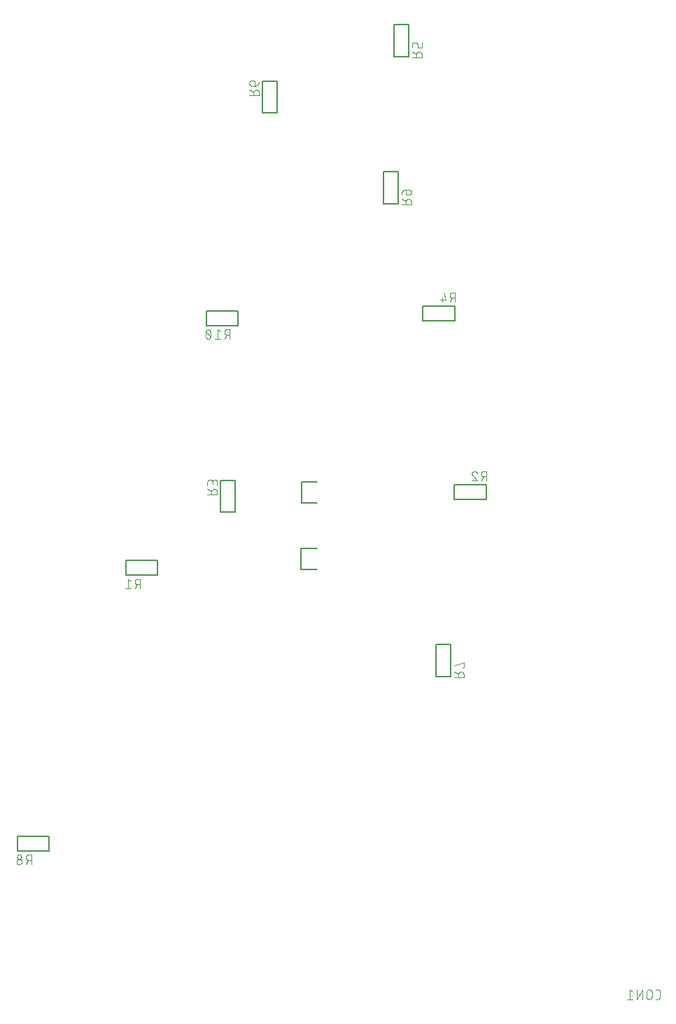
<source format=gbr>
G04 EAGLE Gerber RS-274X export*
G75*
%MOMM*%
%FSLAX34Y34*%
%LPD*%
%INSilkscreen Bottom*%
%IPPOS*%
%AMOC8*
5,1,8,0,0,1.08239X$1,22.5*%
G01*
%ADD10C,0.101600*%
%ADD11C,0.152400*%
%ADD12C,0.127000*%


D10*
X825229Y81958D02*
X827826Y81958D01*
X827925Y81960D01*
X828025Y81966D01*
X828124Y81975D01*
X828222Y81988D01*
X828320Y82005D01*
X828418Y82026D01*
X828514Y82051D01*
X828609Y82079D01*
X828703Y82111D01*
X828796Y82146D01*
X828888Y82185D01*
X828978Y82228D01*
X829066Y82273D01*
X829153Y82323D01*
X829237Y82375D01*
X829320Y82431D01*
X829400Y82489D01*
X829478Y82551D01*
X829553Y82616D01*
X829626Y82684D01*
X829696Y82754D01*
X829764Y82827D01*
X829829Y82902D01*
X829891Y82980D01*
X829949Y83060D01*
X830005Y83143D01*
X830057Y83227D01*
X830107Y83314D01*
X830152Y83402D01*
X830195Y83492D01*
X830234Y83584D01*
X830269Y83677D01*
X830301Y83771D01*
X830329Y83866D01*
X830354Y83962D01*
X830375Y84060D01*
X830392Y84158D01*
X830405Y84256D01*
X830414Y84355D01*
X830420Y84455D01*
X830422Y84554D01*
X830422Y91046D01*
X830420Y91145D01*
X830414Y91245D01*
X830405Y91344D01*
X830392Y91442D01*
X830375Y91540D01*
X830354Y91638D01*
X830329Y91734D01*
X830301Y91829D01*
X830269Y91923D01*
X830234Y92016D01*
X830195Y92108D01*
X830152Y92198D01*
X830107Y92286D01*
X830057Y92373D01*
X830005Y92457D01*
X829949Y92540D01*
X829891Y92620D01*
X829829Y92698D01*
X829764Y92773D01*
X829696Y92846D01*
X829626Y92916D01*
X829553Y92984D01*
X829478Y93049D01*
X829400Y93111D01*
X829320Y93169D01*
X829237Y93225D01*
X829153Y93277D01*
X829066Y93327D01*
X828978Y93372D01*
X828888Y93415D01*
X828796Y93454D01*
X828703Y93489D01*
X828609Y93521D01*
X828514Y93549D01*
X828418Y93574D01*
X828320Y93595D01*
X828222Y93612D01*
X828124Y93625D01*
X828025Y93634D01*
X827925Y93640D01*
X827826Y93642D01*
X825229Y93642D01*
X820864Y90396D02*
X820864Y85204D01*
X820864Y90396D02*
X820862Y90509D01*
X820856Y90622D01*
X820846Y90735D01*
X820832Y90848D01*
X820815Y90960D01*
X820793Y91071D01*
X820768Y91181D01*
X820738Y91291D01*
X820705Y91399D01*
X820668Y91506D01*
X820628Y91612D01*
X820583Y91716D01*
X820535Y91819D01*
X820484Y91920D01*
X820429Y92019D01*
X820371Y92116D01*
X820309Y92211D01*
X820244Y92304D01*
X820176Y92394D01*
X820105Y92482D01*
X820030Y92568D01*
X819953Y92651D01*
X819873Y92731D01*
X819790Y92808D01*
X819704Y92883D01*
X819616Y92954D01*
X819526Y93022D01*
X819433Y93087D01*
X819338Y93149D01*
X819241Y93207D01*
X819142Y93262D01*
X819041Y93313D01*
X818938Y93361D01*
X818834Y93406D01*
X818728Y93446D01*
X818621Y93483D01*
X818513Y93516D01*
X818403Y93546D01*
X818293Y93571D01*
X818182Y93593D01*
X818070Y93610D01*
X817957Y93624D01*
X817844Y93634D01*
X817731Y93640D01*
X817618Y93642D01*
X817505Y93640D01*
X817392Y93634D01*
X817279Y93624D01*
X817166Y93610D01*
X817054Y93593D01*
X816943Y93571D01*
X816833Y93546D01*
X816723Y93516D01*
X816615Y93483D01*
X816508Y93446D01*
X816402Y93406D01*
X816298Y93361D01*
X816195Y93313D01*
X816094Y93262D01*
X815995Y93207D01*
X815898Y93149D01*
X815803Y93087D01*
X815710Y93022D01*
X815620Y92954D01*
X815532Y92883D01*
X815446Y92808D01*
X815363Y92731D01*
X815283Y92651D01*
X815206Y92568D01*
X815131Y92482D01*
X815060Y92394D01*
X814992Y92304D01*
X814927Y92211D01*
X814865Y92116D01*
X814807Y92019D01*
X814752Y91920D01*
X814701Y91819D01*
X814653Y91716D01*
X814608Y91612D01*
X814568Y91506D01*
X814531Y91399D01*
X814498Y91291D01*
X814468Y91181D01*
X814443Y91071D01*
X814421Y90960D01*
X814404Y90848D01*
X814390Y90735D01*
X814380Y90622D01*
X814374Y90509D01*
X814372Y90396D01*
X814373Y90396D02*
X814373Y85204D01*
X814372Y85204D02*
X814374Y85091D01*
X814380Y84978D01*
X814390Y84865D01*
X814404Y84752D01*
X814421Y84640D01*
X814443Y84529D01*
X814468Y84419D01*
X814498Y84309D01*
X814531Y84201D01*
X814568Y84094D01*
X814608Y83988D01*
X814653Y83884D01*
X814701Y83781D01*
X814752Y83680D01*
X814807Y83581D01*
X814865Y83484D01*
X814927Y83389D01*
X814992Y83296D01*
X815060Y83206D01*
X815131Y83118D01*
X815206Y83032D01*
X815283Y82949D01*
X815363Y82869D01*
X815446Y82792D01*
X815532Y82717D01*
X815620Y82646D01*
X815710Y82578D01*
X815803Y82513D01*
X815898Y82451D01*
X815995Y82393D01*
X816094Y82338D01*
X816195Y82287D01*
X816298Y82239D01*
X816402Y82194D01*
X816508Y82154D01*
X816615Y82117D01*
X816723Y82084D01*
X816833Y82054D01*
X816943Y82029D01*
X817054Y82007D01*
X817166Y81990D01*
X817279Y81976D01*
X817392Y81966D01*
X817505Y81960D01*
X817618Y81958D01*
X817731Y81960D01*
X817844Y81966D01*
X817957Y81976D01*
X818070Y81990D01*
X818182Y82007D01*
X818293Y82029D01*
X818403Y82054D01*
X818513Y82084D01*
X818621Y82117D01*
X818728Y82154D01*
X818834Y82194D01*
X818938Y82239D01*
X819041Y82287D01*
X819142Y82338D01*
X819241Y82393D01*
X819338Y82451D01*
X819433Y82513D01*
X819526Y82578D01*
X819616Y82646D01*
X819704Y82717D01*
X819790Y82792D01*
X819873Y82869D01*
X819953Y82949D01*
X820030Y83032D01*
X820105Y83118D01*
X820176Y83206D01*
X820244Y83296D01*
X820309Y83389D01*
X820371Y83484D01*
X820429Y83581D01*
X820484Y83680D01*
X820535Y83781D01*
X820583Y83884D01*
X820628Y83988D01*
X820668Y84094D01*
X820705Y84201D01*
X820738Y84309D01*
X820768Y84419D01*
X820793Y84529D01*
X820815Y84640D01*
X820832Y84752D01*
X820846Y84865D01*
X820856Y84978D01*
X820862Y85091D01*
X820864Y85204D01*
X809053Y81958D02*
X809053Y93642D01*
X802562Y81958D01*
X802562Y93642D01*
X797242Y91046D02*
X793996Y93642D01*
X793996Y81958D01*
X790751Y81958D02*
X797242Y81958D01*
D11*
X415890Y707020D02*
X396840Y707020D01*
X396840Y681620D01*
X415890Y681620D01*
X415400Y626680D02*
X396350Y626680D01*
X396350Y601280D01*
X415400Y601280D01*
D12*
X223050Y612090D02*
X184610Y612090D01*
X223050Y612090D02*
X223050Y594310D01*
X184610Y594310D01*
X184610Y612090D01*
D10*
X201695Y589992D02*
X201695Y578308D01*
X201695Y589992D02*
X198450Y589992D01*
X198337Y589990D01*
X198224Y589984D01*
X198111Y589974D01*
X197998Y589960D01*
X197886Y589943D01*
X197775Y589921D01*
X197665Y589896D01*
X197555Y589866D01*
X197447Y589833D01*
X197340Y589796D01*
X197234Y589756D01*
X197130Y589711D01*
X197027Y589663D01*
X196926Y589612D01*
X196827Y589557D01*
X196730Y589499D01*
X196635Y589437D01*
X196542Y589372D01*
X196452Y589304D01*
X196364Y589233D01*
X196278Y589158D01*
X196195Y589081D01*
X196115Y589001D01*
X196038Y588918D01*
X195963Y588832D01*
X195892Y588744D01*
X195824Y588654D01*
X195759Y588561D01*
X195697Y588466D01*
X195639Y588369D01*
X195584Y588270D01*
X195533Y588169D01*
X195485Y588066D01*
X195440Y587962D01*
X195400Y587856D01*
X195363Y587749D01*
X195330Y587641D01*
X195300Y587531D01*
X195275Y587421D01*
X195253Y587310D01*
X195236Y587198D01*
X195222Y587085D01*
X195212Y586972D01*
X195206Y586859D01*
X195204Y586746D01*
X195206Y586633D01*
X195212Y586520D01*
X195222Y586407D01*
X195236Y586294D01*
X195253Y586182D01*
X195275Y586071D01*
X195300Y585961D01*
X195330Y585851D01*
X195363Y585743D01*
X195400Y585636D01*
X195440Y585530D01*
X195485Y585426D01*
X195533Y585323D01*
X195584Y585222D01*
X195639Y585123D01*
X195697Y585026D01*
X195759Y584931D01*
X195824Y584838D01*
X195892Y584748D01*
X195963Y584660D01*
X196038Y584574D01*
X196115Y584491D01*
X196195Y584411D01*
X196278Y584334D01*
X196364Y584259D01*
X196452Y584188D01*
X196542Y584120D01*
X196635Y584055D01*
X196730Y583993D01*
X196827Y583935D01*
X196926Y583880D01*
X197027Y583829D01*
X197130Y583781D01*
X197234Y583736D01*
X197340Y583696D01*
X197447Y583659D01*
X197555Y583626D01*
X197665Y583596D01*
X197775Y583571D01*
X197886Y583549D01*
X197998Y583532D01*
X198111Y583518D01*
X198224Y583508D01*
X198337Y583502D01*
X198450Y583500D01*
X198450Y583501D02*
X201695Y583501D01*
X197801Y583501D02*
X195204Y578308D01*
X190339Y587396D02*
X187094Y589992D01*
X187094Y578308D01*
X190339Y578308D02*
X183848Y578308D01*
D12*
X281510Y913690D02*
X319950Y913690D01*
X319950Y895910D01*
X281510Y895910D01*
X281510Y913690D01*
D10*
X310025Y891592D02*
X310025Y879908D01*
X310025Y891592D02*
X306780Y891592D01*
X306667Y891590D01*
X306554Y891584D01*
X306441Y891574D01*
X306328Y891560D01*
X306216Y891543D01*
X306105Y891521D01*
X305995Y891496D01*
X305885Y891466D01*
X305777Y891433D01*
X305670Y891396D01*
X305564Y891356D01*
X305460Y891311D01*
X305357Y891263D01*
X305256Y891212D01*
X305157Y891157D01*
X305060Y891099D01*
X304965Y891037D01*
X304872Y890972D01*
X304782Y890904D01*
X304694Y890833D01*
X304608Y890758D01*
X304525Y890681D01*
X304445Y890601D01*
X304368Y890518D01*
X304293Y890432D01*
X304222Y890344D01*
X304154Y890254D01*
X304089Y890161D01*
X304027Y890066D01*
X303969Y889969D01*
X303914Y889870D01*
X303863Y889769D01*
X303815Y889666D01*
X303770Y889562D01*
X303730Y889456D01*
X303693Y889349D01*
X303660Y889241D01*
X303630Y889131D01*
X303605Y889021D01*
X303583Y888910D01*
X303566Y888798D01*
X303552Y888685D01*
X303542Y888572D01*
X303536Y888459D01*
X303534Y888346D01*
X303536Y888233D01*
X303542Y888120D01*
X303552Y888007D01*
X303566Y887894D01*
X303583Y887782D01*
X303605Y887671D01*
X303630Y887561D01*
X303660Y887451D01*
X303693Y887343D01*
X303730Y887236D01*
X303770Y887130D01*
X303815Y887026D01*
X303863Y886923D01*
X303914Y886822D01*
X303969Y886723D01*
X304027Y886626D01*
X304089Y886531D01*
X304154Y886438D01*
X304222Y886348D01*
X304293Y886260D01*
X304368Y886174D01*
X304445Y886091D01*
X304525Y886011D01*
X304608Y885934D01*
X304694Y885859D01*
X304782Y885788D01*
X304872Y885720D01*
X304965Y885655D01*
X305060Y885593D01*
X305157Y885535D01*
X305256Y885480D01*
X305357Y885429D01*
X305460Y885381D01*
X305564Y885336D01*
X305670Y885296D01*
X305777Y885259D01*
X305885Y885226D01*
X305995Y885196D01*
X306105Y885171D01*
X306216Y885149D01*
X306328Y885132D01*
X306441Y885118D01*
X306554Y885108D01*
X306667Y885102D01*
X306780Y885100D01*
X306780Y885101D02*
X310025Y885101D01*
X306131Y885101D02*
X303534Y879908D01*
X298669Y888996D02*
X295424Y891592D01*
X295424Y879908D01*
X298669Y879908D02*
X292178Y879908D01*
X287240Y885750D02*
X287237Y885980D01*
X287229Y886210D01*
X287215Y886439D01*
X287196Y886668D01*
X287171Y886897D01*
X287141Y887125D01*
X287106Y887352D01*
X287065Y887578D01*
X287019Y887803D01*
X286967Y888027D01*
X286910Y888250D01*
X286848Y888471D01*
X286780Y888691D01*
X286707Y888909D01*
X286629Y889125D01*
X286546Y889339D01*
X286458Y889552D01*
X286365Y889762D01*
X286266Y889969D01*
X286233Y890059D01*
X286197Y890148D01*
X286157Y890236D01*
X286113Y890321D01*
X286066Y890405D01*
X286016Y890487D01*
X285962Y890567D01*
X285906Y890644D01*
X285846Y890720D01*
X285783Y890793D01*
X285718Y890863D01*
X285649Y890931D01*
X285578Y890995D01*
X285505Y891057D01*
X285429Y891116D01*
X285351Y891172D01*
X285270Y891225D01*
X285188Y891274D01*
X285104Y891320D01*
X285017Y891363D01*
X284930Y891402D01*
X284840Y891438D01*
X284750Y891470D01*
X284658Y891498D01*
X284565Y891523D01*
X284471Y891544D01*
X284377Y891561D01*
X284282Y891575D01*
X284186Y891584D01*
X284090Y891590D01*
X283994Y891592D01*
X283898Y891590D01*
X283802Y891584D01*
X283706Y891575D01*
X283611Y891561D01*
X283517Y891544D01*
X283423Y891523D01*
X283330Y891498D01*
X283238Y891470D01*
X283148Y891438D01*
X283058Y891402D01*
X282971Y891363D01*
X282884Y891320D01*
X282800Y891274D01*
X282718Y891225D01*
X282637Y891172D01*
X282559Y891116D01*
X282483Y891057D01*
X282410Y890995D01*
X282339Y890931D01*
X282270Y890863D01*
X282205Y890793D01*
X282142Y890720D01*
X282082Y890645D01*
X282026Y890567D01*
X281972Y890487D01*
X281922Y890405D01*
X281875Y890321D01*
X281832Y890236D01*
X281791Y890148D01*
X281755Y890059D01*
X281722Y889969D01*
X281623Y889761D01*
X281530Y889551D01*
X281442Y889339D01*
X281359Y889125D01*
X281281Y888908D01*
X281208Y888690D01*
X281140Y888471D01*
X281078Y888249D01*
X281021Y888027D01*
X280969Y887803D01*
X280923Y887578D01*
X280882Y887352D01*
X280847Y887124D01*
X280817Y886897D01*
X280792Y886668D01*
X280773Y886439D01*
X280759Y886210D01*
X280751Y885980D01*
X280748Y885750D01*
X287239Y885750D02*
X287236Y885520D01*
X287228Y885290D01*
X287214Y885061D01*
X287195Y884832D01*
X287170Y884603D01*
X287140Y884375D01*
X287105Y884148D01*
X287064Y883922D01*
X287018Y883697D01*
X286966Y883473D01*
X286909Y883250D01*
X286847Y883029D01*
X286779Y882809D01*
X286706Y882591D01*
X286628Y882375D01*
X286545Y882161D01*
X286457Y881949D01*
X286364Y881738D01*
X286265Y881531D01*
X286266Y881531D02*
X286233Y881441D01*
X286197Y881352D01*
X286156Y881264D01*
X286113Y881179D01*
X286066Y881095D01*
X286016Y881013D01*
X285962Y880933D01*
X285906Y880856D01*
X285846Y880780D01*
X285783Y880707D01*
X285718Y880637D01*
X285649Y880569D01*
X285578Y880505D01*
X285505Y880443D01*
X285429Y880384D01*
X285351Y880328D01*
X285270Y880275D01*
X285188Y880226D01*
X285104Y880180D01*
X285017Y880137D01*
X284930Y880098D01*
X284840Y880062D01*
X284750Y880030D01*
X284658Y880002D01*
X284565Y879977D01*
X284471Y879956D01*
X284377Y879939D01*
X284282Y879925D01*
X284186Y879916D01*
X284090Y879910D01*
X283994Y879908D01*
X281722Y881531D02*
X281623Y881738D01*
X281530Y881949D01*
X281442Y882161D01*
X281359Y882375D01*
X281281Y882591D01*
X281208Y882809D01*
X281140Y883029D01*
X281078Y883250D01*
X281021Y883473D01*
X280969Y883697D01*
X280923Y883922D01*
X280882Y884148D01*
X280847Y884375D01*
X280817Y884603D01*
X280792Y884832D01*
X280773Y885061D01*
X280759Y885290D01*
X280751Y885520D01*
X280748Y885750D01*
X281722Y881531D02*
X281755Y881441D01*
X281791Y881352D01*
X281832Y881264D01*
X281875Y881179D01*
X281922Y881095D01*
X281972Y881013D01*
X282026Y880933D01*
X282082Y880855D01*
X282142Y880780D01*
X282205Y880707D01*
X282270Y880637D01*
X282339Y880569D01*
X282410Y880505D01*
X282483Y880443D01*
X282559Y880384D01*
X282637Y880328D01*
X282718Y880275D01*
X282800Y880226D01*
X282884Y880180D01*
X282971Y880137D01*
X283058Y880098D01*
X283148Y880062D01*
X283238Y880030D01*
X283330Y880002D01*
X283423Y879977D01*
X283517Y879956D01*
X283611Y879939D01*
X283706Y879925D01*
X283802Y879916D01*
X283898Y879910D01*
X283994Y879908D01*
X286590Y882504D02*
X281397Y888996D01*
D12*
X581750Y686510D02*
X620190Y686510D01*
X581750Y686510D02*
X581750Y704290D01*
X620190Y704290D01*
X620190Y686510D01*
D10*
X620952Y708608D02*
X620952Y720292D01*
X617706Y720292D01*
X617593Y720290D01*
X617480Y720284D01*
X617367Y720274D01*
X617254Y720260D01*
X617142Y720243D01*
X617031Y720221D01*
X616921Y720196D01*
X616811Y720166D01*
X616703Y720133D01*
X616596Y720096D01*
X616490Y720056D01*
X616386Y720011D01*
X616283Y719963D01*
X616182Y719912D01*
X616083Y719857D01*
X615986Y719799D01*
X615891Y719737D01*
X615798Y719672D01*
X615708Y719604D01*
X615620Y719533D01*
X615534Y719458D01*
X615451Y719381D01*
X615371Y719301D01*
X615294Y719218D01*
X615219Y719132D01*
X615148Y719044D01*
X615080Y718954D01*
X615015Y718861D01*
X614953Y718766D01*
X614895Y718669D01*
X614840Y718570D01*
X614789Y718469D01*
X614741Y718366D01*
X614696Y718262D01*
X614656Y718156D01*
X614619Y718049D01*
X614586Y717941D01*
X614556Y717831D01*
X614531Y717721D01*
X614509Y717610D01*
X614492Y717498D01*
X614478Y717385D01*
X614468Y717272D01*
X614462Y717159D01*
X614460Y717046D01*
X614462Y716933D01*
X614468Y716820D01*
X614478Y716707D01*
X614492Y716594D01*
X614509Y716482D01*
X614531Y716371D01*
X614556Y716261D01*
X614586Y716151D01*
X614619Y716043D01*
X614656Y715936D01*
X614696Y715830D01*
X614741Y715726D01*
X614789Y715623D01*
X614840Y715522D01*
X614895Y715423D01*
X614953Y715326D01*
X615015Y715231D01*
X615080Y715138D01*
X615148Y715048D01*
X615219Y714960D01*
X615294Y714874D01*
X615371Y714791D01*
X615451Y714711D01*
X615534Y714634D01*
X615620Y714559D01*
X615708Y714488D01*
X615798Y714420D01*
X615891Y714355D01*
X615986Y714293D01*
X616083Y714235D01*
X616182Y714180D01*
X616283Y714129D01*
X616386Y714081D01*
X616490Y714036D01*
X616596Y713996D01*
X616703Y713959D01*
X616811Y713926D01*
X616921Y713896D01*
X617031Y713871D01*
X617142Y713849D01*
X617254Y713832D01*
X617367Y713818D01*
X617480Y713808D01*
X617593Y713802D01*
X617706Y713800D01*
X617706Y713801D02*
X620952Y713801D01*
X617057Y713801D02*
X614461Y708608D01*
X603105Y717371D02*
X603107Y717478D01*
X603113Y717584D01*
X603123Y717690D01*
X603136Y717796D01*
X603154Y717902D01*
X603175Y718006D01*
X603200Y718110D01*
X603229Y718213D01*
X603261Y718314D01*
X603298Y718414D01*
X603338Y718513D01*
X603381Y718611D01*
X603428Y718707D01*
X603479Y718801D01*
X603533Y718893D01*
X603590Y718983D01*
X603650Y719071D01*
X603714Y719156D01*
X603781Y719239D01*
X603851Y719320D01*
X603923Y719398D01*
X603999Y719474D01*
X604077Y719546D01*
X604158Y719616D01*
X604241Y719683D01*
X604326Y719747D01*
X604414Y719807D01*
X604504Y719864D01*
X604596Y719918D01*
X604690Y719969D01*
X604786Y720016D01*
X604884Y720059D01*
X604983Y720099D01*
X605083Y720136D01*
X605184Y720168D01*
X605287Y720197D01*
X605391Y720222D01*
X605495Y720243D01*
X605601Y720261D01*
X605707Y720274D01*
X605813Y720284D01*
X605919Y720290D01*
X606026Y720292D01*
X606147Y720290D01*
X606268Y720284D01*
X606388Y720274D01*
X606509Y720261D01*
X606628Y720243D01*
X606748Y720222D01*
X606866Y720197D01*
X606983Y720168D01*
X607100Y720135D01*
X607215Y720099D01*
X607329Y720058D01*
X607442Y720015D01*
X607554Y719967D01*
X607663Y719916D01*
X607771Y719861D01*
X607878Y719803D01*
X607982Y719742D01*
X608084Y719677D01*
X608184Y719609D01*
X608282Y719538D01*
X608378Y719464D01*
X608471Y719387D01*
X608561Y719306D01*
X608649Y719223D01*
X608734Y719137D01*
X608817Y719048D01*
X608896Y718957D01*
X608973Y718863D01*
X609046Y718767D01*
X609116Y718669D01*
X609183Y718568D01*
X609247Y718465D01*
X609308Y718360D01*
X609365Y718253D01*
X609418Y718145D01*
X609468Y718035D01*
X609514Y717923D01*
X609557Y717810D01*
X609596Y717695D01*
X604079Y715099D02*
X604000Y715177D01*
X603924Y715257D01*
X603851Y715340D01*
X603781Y715426D01*
X603714Y715513D01*
X603650Y715604D01*
X603590Y715696D01*
X603532Y715790D01*
X603478Y715887D01*
X603428Y715985D01*
X603381Y716085D01*
X603337Y716186D01*
X603297Y716289D01*
X603261Y716394D01*
X603229Y716499D01*
X603200Y716606D01*
X603175Y716713D01*
X603153Y716822D01*
X603136Y716931D01*
X603122Y717040D01*
X603113Y717150D01*
X603107Y717261D01*
X603105Y717371D01*
X604078Y715099D02*
X609596Y708608D01*
X603105Y708608D01*
D12*
X316790Y709090D02*
X316790Y670650D01*
X299010Y670650D01*
X299010Y709090D01*
X316790Y709090D01*
D10*
X294692Y692005D02*
X283008Y692005D01*
X294692Y692005D02*
X294692Y695250D01*
X294690Y695363D01*
X294684Y695476D01*
X294674Y695589D01*
X294660Y695702D01*
X294643Y695814D01*
X294621Y695925D01*
X294596Y696035D01*
X294566Y696145D01*
X294533Y696253D01*
X294496Y696360D01*
X294456Y696466D01*
X294411Y696570D01*
X294363Y696673D01*
X294312Y696774D01*
X294257Y696873D01*
X294199Y696970D01*
X294137Y697065D01*
X294072Y697158D01*
X294004Y697248D01*
X293933Y697336D01*
X293858Y697422D01*
X293781Y697505D01*
X293701Y697585D01*
X293618Y697662D01*
X293532Y697737D01*
X293444Y697808D01*
X293354Y697876D01*
X293261Y697941D01*
X293166Y698003D01*
X293069Y698061D01*
X292970Y698116D01*
X292869Y698167D01*
X292766Y698215D01*
X292662Y698260D01*
X292556Y698300D01*
X292449Y698337D01*
X292341Y698370D01*
X292231Y698400D01*
X292121Y698425D01*
X292010Y698447D01*
X291898Y698464D01*
X291785Y698478D01*
X291672Y698488D01*
X291559Y698494D01*
X291446Y698496D01*
X291333Y698494D01*
X291220Y698488D01*
X291107Y698478D01*
X290994Y698464D01*
X290882Y698447D01*
X290771Y698425D01*
X290661Y698400D01*
X290551Y698370D01*
X290443Y698337D01*
X290336Y698300D01*
X290230Y698260D01*
X290126Y698215D01*
X290023Y698167D01*
X289922Y698116D01*
X289823Y698061D01*
X289726Y698003D01*
X289631Y697941D01*
X289538Y697876D01*
X289448Y697808D01*
X289360Y697737D01*
X289274Y697662D01*
X289191Y697585D01*
X289111Y697505D01*
X289034Y697422D01*
X288959Y697336D01*
X288888Y697248D01*
X288820Y697158D01*
X288755Y697065D01*
X288693Y696970D01*
X288635Y696873D01*
X288580Y696774D01*
X288529Y696673D01*
X288481Y696570D01*
X288436Y696466D01*
X288396Y696360D01*
X288359Y696253D01*
X288326Y696145D01*
X288296Y696035D01*
X288271Y695925D01*
X288249Y695814D01*
X288232Y695702D01*
X288218Y695589D01*
X288208Y695476D01*
X288202Y695363D01*
X288200Y695250D01*
X288201Y695250D02*
X288201Y692005D01*
X288201Y695899D02*
X283008Y698496D01*
X283008Y703361D02*
X283008Y706606D01*
X283010Y706719D01*
X283016Y706832D01*
X283026Y706945D01*
X283040Y707058D01*
X283057Y707170D01*
X283079Y707281D01*
X283104Y707391D01*
X283134Y707501D01*
X283167Y707609D01*
X283204Y707716D01*
X283244Y707822D01*
X283289Y707926D01*
X283337Y708029D01*
X283388Y708130D01*
X283443Y708229D01*
X283501Y708326D01*
X283563Y708421D01*
X283628Y708514D01*
X283696Y708604D01*
X283767Y708692D01*
X283842Y708778D01*
X283919Y708861D01*
X283999Y708941D01*
X284082Y709018D01*
X284168Y709093D01*
X284256Y709164D01*
X284346Y709232D01*
X284439Y709297D01*
X284534Y709359D01*
X284631Y709417D01*
X284730Y709472D01*
X284831Y709523D01*
X284934Y709571D01*
X285038Y709616D01*
X285144Y709656D01*
X285251Y709693D01*
X285359Y709726D01*
X285469Y709756D01*
X285579Y709781D01*
X285690Y709803D01*
X285802Y709820D01*
X285915Y709834D01*
X286028Y709844D01*
X286141Y709850D01*
X286254Y709852D01*
X286367Y709850D01*
X286480Y709844D01*
X286593Y709834D01*
X286706Y709820D01*
X286818Y709803D01*
X286929Y709781D01*
X287039Y709756D01*
X287149Y709726D01*
X287257Y709693D01*
X287364Y709656D01*
X287470Y709616D01*
X287574Y709571D01*
X287677Y709523D01*
X287778Y709472D01*
X287877Y709417D01*
X287974Y709359D01*
X288069Y709297D01*
X288162Y709232D01*
X288252Y709164D01*
X288340Y709093D01*
X288426Y709018D01*
X288509Y708941D01*
X288589Y708861D01*
X288666Y708778D01*
X288741Y708692D01*
X288812Y708604D01*
X288880Y708514D01*
X288945Y708421D01*
X289007Y708326D01*
X289065Y708229D01*
X289120Y708130D01*
X289171Y708029D01*
X289219Y707926D01*
X289264Y707822D01*
X289304Y707716D01*
X289341Y707609D01*
X289374Y707501D01*
X289404Y707391D01*
X289429Y707281D01*
X289451Y707170D01*
X289468Y707058D01*
X289482Y706945D01*
X289492Y706832D01*
X289498Y706719D01*
X289500Y706606D01*
X294692Y707256D02*
X294692Y703361D01*
X294692Y707256D02*
X294690Y707357D01*
X294684Y707457D01*
X294674Y707557D01*
X294661Y707657D01*
X294643Y707756D01*
X294622Y707855D01*
X294597Y707952D01*
X294568Y708049D01*
X294535Y708144D01*
X294499Y708238D01*
X294459Y708330D01*
X294416Y708421D01*
X294369Y708510D01*
X294319Y708597D01*
X294265Y708683D01*
X294208Y708766D01*
X294148Y708846D01*
X294085Y708925D01*
X294018Y709001D01*
X293949Y709074D01*
X293877Y709144D01*
X293803Y709212D01*
X293726Y709277D01*
X293646Y709338D01*
X293564Y709397D01*
X293480Y709452D01*
X293394Y709504D01*
X293306Y709553D01*
X293216Y709598D01*
X293124Y709640D01*
X293031Y709678D01*
X292936Y709712D01*
X292841Y709743D01*
X292744Y709770D01*
X292646Y709793D01*
X292547Y709813D01*
X292447Y709828D01*
X292347Y709840D01*
X292247Y709848D01*
X292146Y709852D01*
X292046Y709852D01*
X291945Y709848D01*
X291845Y709840D01*
X291745Y709828D01*
X291645Y709813D01*
X291546Y709793D01*
X291448Y709770D01*
X291351Y709743D01*
X291256Y709712D01*
X291161Y709678D01*
X291068Y709640D01*
X290976Y709598D01*
X290886Y709553D01*
X290798Y709504D01*
X290712Y709452D01*
X290628Y709397D01*
X290546Y709338D01*
X290466Y709277D01*
X290389Y709212D01*
X290315Y709144D01*
X290243Y709074D01*
X290174Y709001D01*
X290107Y708925D01*
X290044Y708846D01*
X289984Y708766D01*
X289927Y708683D01*
X289873Y708597D01*
X289823Y708510D01*
X289776Y708421D01*
X289733Y708330D01*
X289693Y708238D01*
X289657Y708144D01*
X289624Y708049D01*
X289595Y707952D01*
X289570Y707855D01*
X289549Y707756D01*
X289531Y707657D01*
X289518Y707557D01*
X289508Y707457D01*
X289502Y707357D01*
X289500Y707256D01*
X289499Y707256D02*
X289499Y704659D01*
D12*
X543650Y902410D02*
X582090Y902410D01*
X543650Y902410D02*
X543650Y920190D01*
X582090Y920190D01*
X582090Y902410D01*
D10*
X582852Y924508D02*
X582852Y936192D01*
X579606Y936192D01*
X579493Y936190D01*
X579380Y936184D01*
X579267Y936174D01*
X579154Y936160D01*
X579042Y936143D01*
X578931Y936121D01*
X578821Y936096D01*
X578711Y936066D01*
X578603Y936033D01*
X578496Y935996D01*
X578390Y935956D01*
X578286Y935911D01*
X578183Y935863D01*
X578082Y935812D01*
X577983Y935757D01*
X577886Y935699D01*
X577791Y935637D01*
X577698Y935572D01*
X577608Y935504D01*
X577520Y935433D01*
X577434Y935358D01*
X577351Y935281D01*
X577271Y935201D01*
X577194Y935118D01*
X577119Y935032D01*
X577048Y934944D01*
X576980Y934854D01*
X576915Y934761D01*
X576853Y934666D01*
X576795Y934569D01*
X576740Y934470D01*
X576689Y934369D01*
X576641Y934266D01*
X576596Y934162D01*
X576556Y934056D01*
X576519Y933949D01*
X576486Y933841D01*
X576456Y933731D01*
X576431Y933621D01*
X576409Y933510D01*
X576392Y933398D01*
X576378Y933285D01*
X576368Y933172D01*
X576362Y933059D01*
X576360Y932946D01*
X576362Y932833D01*
X576368Y932720D01*
X576378Y932607D01*
X576392Y932494D01*
X576409Y932382D01*
X576431Y932271D01*
X576456Y932161D01*
X576486Y932051D01*
X576519Y931943D01*
X576556Y931836D01*
X576596Y931730D01*
X576641Y931626D01*
X576689Y931523D01*
X576740Y931422D01*
X576795Y931323D01*
X576853Y931226D01*
X576915Y931131D01*
X576980Y931038D01*
X577048Y930948D01*
X577119Y930860D01*
X577194Y930774D01*
X577271Y930691D01*
X577351Y930611D01*
X577434Y930534D01*
X577520Y930459D01*
X577608Y930388D01*
X577698Y930320D01*
X577791Y930255D01*
X577886Y930193D01*
X577983Y930135D01*
X578082Y930080D01*
X578183Y930029D01*
X578286Y929981D01*
X578390Y929936D01*
X578496Y929896D01*
X578603Y929859D01*
X578711Y929826D01*
X578821Y929796D01*
X578931Y929771D01*
X579042Y929749D01*
X579154Y929732D01*
X579267Y929718D01*
X579380Y929708D01*
X579493Y929702D01*
X579606Y929700D01*
X579606Y929701D02*
X582852Y929701D01*
X578957Y929701D02*
X576361Y924508D01*
X571496Y927104D02*
X568899Y936192D01*
X571496Y927104D02*
X565005Y927104D01*
X566952Y929701D02*
X566952Y924508D01*
D12*
X508710Y1221310D02*
X508710Y1259750D01*
X526490Y1259750D01*
X526490Y1221310D01*
X508710Y1221310D01*
D10*
X530808Y1220548D02*
X542492Y1220548D01*
X542492Y1223794D01*
X542490Y1223907D01*
X542484Y1224020D01*
X542474Y1224133D01*
X542460Y1224246D01*
X542443Y1224358D01*
X542421Y1224469D01*
X542396Y1224579D01*
X542366Y1224689D01*
X542333Y1224797D01*
X542296Y1224904D01*
X542256Y1225010D01*
X542211Y1225114D01*
X542163Y1225217D01*
X542112Y1225318D01*
X542057Y1225417D01*
X541999Y1225514D01*
X541937Y1225609D01*
X541872Y1225702D01*
X541804Y1225792D01*
X541733Y1225880D01*
X541658Y1225966D01*
X541581Y1226049D01*
X541501Y1226129D01*
X541418Y1226206D01*
X541332Y1226281D01*
X541244Y1226352D01*
X541154Y1226420D01*
X541061Y1226485D01*
X540966Y1226547D01*
X540869Y1226605D01*
X540770Y1226660D01*
X540669Y1226711D01*
X540566Y1226759D01*
X540462Y1226804D01*
X540356Y1226844D01*
X540249Y1226881D01*
X540141Y1226914D01*
X540031Y1226944D01*
X539921Y1226969D01*
X539810Y1226991D01*
X539698Y1227008D01*
X539585Y1227022D01*
X539472Y1227032D01*
X539359Y1227038D01*
X539246Y1227040D01*
X539133Y1227038D01*
X539020Y1227032D01*
X538907Y1227022D01*
X538794Y1227008D01*
X538682Y1226991D01*
X538571Y1226969D01*
X538461Y1226944D01*
X538351Y1226914D01*
X538243Y1226881D01*
X538136Y1226844D01*
X538030Y1226804D01*
X537926Y1226759D01*
X537823Y1226711D01*
X537722Y1226660D01*
X537623Y1226605D01*
X537526Y1226547D01*
X537431Y1226485D01*
X537338Y1226420D01*
X537248Y1226352D01*
X537160Y1226281D01*
X537074Y1226206D01*
X536991Y1226129D01*
X536911Y1226049D01*
X536834Y1225966D01*
X536759Y1225880D01*
X536688Y1225792D01*
X536620Y1225702D01*
X536555Y1225609D01*
X536493Y1225514D01*
X536435Y1225417D01*
X536380Y1225318D01*
X536329Y1225217D01*
X536281Y1225114D01*
X536236Y1225010D01*
X536196Y1224904D01*
X536159Y1224797D01*
X536126Y1224689D01*
X536096Y1224579D01*
X536071Y1224469D01*
X536049Y1224358D01*
X536032Y1224246D01*
X536018Y1224133D01*
X536008Y1224020D01*
X536002Y1223907D01*
X536000Y1223794D01*
X536001Y1223794D02*
X536001Y1220548D01*
X536001Y1224443D02*
X530808Y1227039D01*
X530808Y1231904D02*
X530808Y1235799D01*
X530810Y1235898D01*
X530816Y1235998D01*
X530825Y1236097D01*
X530838Y1236195D01*
X530855Y1236293D01*
X530876Y1236391D01*
X530901Y1236487D01*
X530929Y1236582D01*
X530961Y1236676D01*
X530996Y1236769D01*
X531035Y1236861D01*
X531078Y1236951D01*
X531123Y1237039D01*
X531173Y1237126D01*
X531225Y1237210D01*
X531281Y1237293D01*
X531339Y1237373D01*
X531401Y1237451D01*
X531466Y1237526D01*
X531534Y1237599D01*
X531604Y1237669D01*
X531677Y1237737D01*
X531752Y1237802D01*
X531830Y1237864D01*
X531910Y1237922D01*
X531993Y1237978D01*
X532077Y1238030D01*
X532164Y1238080D01*
X532252Y1238125D01*
X532342Y1238168D01*
X532434Y1238207D01*
X532527Y1238242D01*
X532621Y1238274D01*
X532716Y1238302D01*
X532812Y1238327D01*
X532910Y1238348D01*
X533008Y1238365D01*
X533106Y1238378D01*
X533205Y1238387D01*
X533305Y1238393D01*
X533404Y1238395D01*
X534703Y1238395D01*
X534802Y1238393D01*
X534902Y1238387D01*
X535001Y1238378D01*
X535099Y1238365D01*
X535197Y1238348D01*
X535295Y1238327D01*
X535391Y1238302D01*
X535486Y1238274D01*
X535580Y1238242D01*
X535673Y1238207D01*
X535765Y1238168D01*
X535855Y1238125D01*
X535943Y1238080D01*
X536030Y1238030D01*
X536114Y1237978D01*
X536197Y1237922D01*
X536277Y1237864D01*
X536355Y1237802D01*
X536430Y1237737D01*
X536503Y1237669D01*
X536573Y1237599D01*
X536641Y1237526D01*
X536706Y1237451D01*
X536768Y1237373D01*
X536826Y1237293D01*
X536882Y1237210D01*
X536934Y1237126D01*
X536984Y1237039D01*
X537029Y1236951D01*
X537072Y1236861D01*
X537111Y1236769D01*
X537146Y1236676D01*
X537178Y1236582D01*
X537206Y1236487D01*
X537231Y1236391D01*
X537252Y1236293D01*
X537269Y1236195D01*
X537282Y1236097D01*
X537291Y1235998D01*
X537297Y1235898D01*
X537299Y1235799D01*
X537299Y1231904D01*
X542492Y1231904D01*
X542492Y1238395D01*
D12*
X367590Y1191690D02*
X367590Y1153250D01*
X349810Y1153250D01*
X349810Y1191690D01*
X367590Y1191690D01*
D10*
X345492Y1174605D02*
X333808Y1174605D01*
X345492Y1174605D02*
X345492Y1177850D01*
X345490Y1177963D01*
X345484Y1178076D01*
X345474Y1178189D01*
X345460Y1178302D01*
X345443Y1178414D01*
X345421Y1178525D01*
X345396Y1178635D01*
X345366Y1178745D01*
X345333Y1178853D01*
X345296Y1178960D01*
X345256Y1179066D01*
X345211Y1179170D01*
X345163Y1179273D01*
X345112Y1179374D01*
X345057Y1179473D01*
X344999Y1179570D01*
X344937Y1179665D01*
X344872Y1179758D01*
X344804Y1179848D01*
X344733Y1179936D01*
X344658Y1180022D01*
X344581Y1180105D01*
X344501Y1180185D01*
X344418Y1180262D01*
X344332Y1180337D01*
X344244Y1180408D01*
X344154Y1180476D01*
X344061Y1180541D01*
X343966Y1180603D01*
X343869Y1180661D01*
X343770Y1180716D01*
X343669Y1180767D01*
X343566Y1180815D01*
X343462Y1180860D01*
X343356Y1180900D01*
X343249Y1180937D01*
X343141Y1180970D01*
X343031Y1181000D01*
X342921Y1181025D01*
X342810Y1181047D01*
X342698Y1181064D01*
X342585Y1181078D01*
X342472Y1181088D01*
X342359Y1181094D01*
X342246Y1181096D01*
X342133Y1181094D01*
X342020Y1181088D01*
X341907Y1181078D01*
X341794Y1181064D01*
X341682Y1181047D01*
X341571Y1181025D01*
X341461Y1181000D01*
X341351Y1180970D01*
X341243Y1180937D01*
X341136Y1180900D01*
X341030Y1180860D01*
X340926Y1180815D01*
X340823Y1180767D01*
X340722Y1180716D01*
X340623Y1180661D01*
X340526Y1180603D01*
X340431Y1180541D01*
X340338Y1180476D01*
X340248Y1180408D01*
X340160Y1180337D01*
X340074Y1180262D01*
X339991Y1180185D01*
X339911Y1180105D01*
X339834Y1180022D01*
X339759Y1179936D01*
X339688Y1179848D01*
X339620Y1179758D01*
X339555Y1179665D01*
X339493Y1179570D01*
X339435Y1179473D01*
X339380Y1179374D01*
X339329Y1179273D01*
X339281Y1179170D01*
X339236Y1179066D01*
X339196Y1178960D01*
X339159Y1178853D01*
X339126Y1178745D01*
X339096Y1178635D01*
X339071Y1178525D01*
X339049Y1178414D01*
X339032Y1178302D01*
X339018Y1178189D01*
X339008Y1178076D01*
X339002Y1177963D01*
X339000Y1177850D01*
X339001Y1177850D02*
X339001Y1174605D01*
X339001Y1178499D02*
X333808Y1181096D01*
X340299Y1185961D02*
X340299Y1189856D01*
X340297Y1189955D01*
X340291Y1190055D01*
X340282Y1190154D01*
X340269Y1190252D01*
X340252Y1190350D01*
X340231Y1190448D01*
X340206Y1190544D01*
X340178Y1190639D01*
X340146Y1190733D01*
X340111Y1190826D01*
X340072Y1190918D01*
X340029Y1191008D01*
X339984Y1191096D01*
X339934Y1191183D01*
X339882Y1191267D01*
X339826Y1191350D01*
X339768Y1191430D01*
X339706Y1191508D01*
X339641Y1191583D01*
X339573Y1191656D01*
X339503Y1191726D01*
X339430Y1191794D01*
X339355Y1191859D01*
X339277Y1191921D01*
X339197Y1191979D01*
X339114Y1192035D01*
X339030Y1192087D01*
X338943Y1192137D01*
X338855Y1192182D01*
X338765Y1192225D01*
X338673Y1192264D01*
X338580Y1192299D01*
X338486Y1192331D01*
X338391Y1192359D01*
X338295Y1192384D01*
X338197Y1192405D01*
X338099Y1192422D01*
X338001Y1192435D01*
X337902Y1192444D01*
X337802Y1192450D01*
X337703Y1192452D01*
X337054Y1192452D01*
X336941Y1192450D01*
X336828Y1192444D01*
X336715Y1192434D01*
X336602Y1192420D01*
X336490Y1192403D01*
X336379Y1192381D01*
X336269Y1192356D01*
X336159Y1192326D01*
X336051Y1192293D01*
X335944Y1192256D01*
X335838Y1192216D01*
X335734Y1192171D01*
X335631Y1192123D01*
X335530Y1192072D01*
X335431Y1192017D01*
X335334Y1191959D01*
X335239Y1191897D01*
X335146Y1191832D01*
X335056Y1191764D01*
X334968Y1191693D01*
X334882Y1191618D01*
X334799Y1191541D01*
X334719Y1191461D01*
X334642Y1191378D01*
X334567Y1191292D01*
X334496Y1191204D01*
X334428Y1191114D01*
X334363Y1191021D01*
X334301Y1190926D01*
X334243Y1190829D01*
X334188Y1190730D01*
X334137Y1190629D01*
X334089Y1190526D01*
X334044Y1190422D01*
X334004Y1190316D01*
X333967Y1190209D01*
X333934Y1190101D01*
X333904Y1189991D01*
X333879Y1189881D01*
X333857Y1189770D01*
X333840Y1189658D01*
X333826Y1189545D01*
X333816Y1189432D01*
X333810Y1189319D01*
X333808Y1189206D01*
X333810Y1189093D01*
X333816Y1188980D01*
X333826Y1188867D01*
X333840Y1188754D01*
X333857Y1188642D01*
X333879Y1188531D01*
X333904Y1188421D01*
X333934Y1188311D01*
X333967Y1188203D01*
X334004Y1188096D01*
X334044Y1187990D01*
X334089Y1187886D01*
X334137Y1187783D01*
X334188Y1187682D01*
X334243Y1187583D01*
X334301Y1187486D01*
X334363Y1187391D01*
X334428Y1187298D01*
X334496Y1187208D01*
X334567Y1187120D01*
X334642Y1187034D01*
X334719Y1186951D01*
X334799Y1186871D01*
X334882Y1186794D01*
X334968Y1186719D01*
X335056Y1186648D01*
X335146Y1186580D01*
X335239Y1186515D01*
X335334Y1186453D01*
X335431Y1186395D01*
X335530Y1186340D01*
X335631Y1186289D01*
X335734Y1186241D01*
X335838Y1186196D01*
X335944Y1186156D01*
X336051Y1186119D01*
X336159Y1186086D01*
X336269Y1186056D01*
X336379Y1186031D01*
X336490Y1186009D01*
X336602Y1185992D01*
X336715Y1185978D01*
X336828Y1185968D01*
X336941Y1185962D01*
X337054Y1185960D01*
X337054Y1185961D02*
X340299Y1185961D01*
X340442Y1185963D01*
X340585Y1185969D01*
X340728Y1185979D01*
X340870Y1185993D01*
X341012Y1186010D01*
X341154Y1186032D01*
X341295Y1186057D01*
X341435Y1186087D01*
X341574Y1186120D01*
X341712Y1186157D01*
X341849Y1186198D01*
X341985Y1186242D01*
X342120Y1186291D01*
X342253Y1186343D01*
X342385Y1186398D01*
X342515Y1186458D01*
X342644Y1186521D01*
X342771Y1186587D01*
X342895Y1186657D01*
X343018Y1186730D01*
X343139Y1186807D01*
X343258Y1186887D01*
X343374Y1186970D01*
X343489Y1187056D01*
X343600Y1187145D01*
X343710Y1187238D01*
X343816Y1187333D01*
X343920Y1187432D01*
X344021Y1187533D01*
X344120Y1187637D01*
X344215Y1187743D01*
X344308Y1187853D01*
X344397Y1187964D01*
X344483Y1188079D01*
X344566Y1188195D01*
X344646Y1188314D01*
X344723Y1188435D01*
X344796Y1188557D01*
X344866Y1188682D01*
X344932Y1188809D01*
X344995Y1188938D01*
X345055Y1189068D01*
X345110Y1189200D01*
X345162Y1189333D01*
X345211Y1189468D01*
X345255Y1189604D01*
X345296Y1189741D01*
X345333Y1189879D01*
X345366Y1190018D01*
X345396Y1190158D01*
X345421Y1190299D01*
X345443Y1190441D01*
X345460Y1190583D01*
X345474Y1190725D01*
X345484Y1190868D01*
X345490Y1191011D01*
X345492Y1191154D01*
D12*
X559510Y510450D02*
X559510Y472010D01*
X559510Y510450D02*
X577290Y510450D01*
X577290Y472010D01*
X559510Y472010D01*
D10*
X581608Y471248D02*
X593292Y471248D01*
X593292Y474494D01*
X593290Y474607D01*
X593284Y474720D01*
X593274Y474833D01*
X593260Y474946D01*
X593243Y475058D01*
X593221Y475169D01*
X593196Y475279D01*
X593166Y475389D01*
X593133Y475497D01*
X593096Y475604D01*
X593056Y475710D01*
X593011Y475814D01*
X592963Y475917D01*
X592912Y476018D01*
X592857Y476117D01*
X592799Y476214D01*
X592737Y476309D01*
X592672Y476402D01*
X592604Y476492D01*
X592533Y476580D01*
X592458Y476666D01*
X592381Y476749D01*
X592301Y476829D01*
X592218Y476906D01*
X592132Y476981D01*
X592044Y477052D01*
X591954Y477120D01*
X591861Y477185D01*
X591766Y477247D01*
X591669Y477305D01*
X591570Y477360D01*
X591469Y477411D01*
X591366Y477459D01*
X591262Y477504D01*
X591156Y477544D01*
X591049Y477581D01*
X590941Y477614D01*
X590831Y477644D01*
X590721Y477669D01*
X590610Y477691D01*
X590498Y477708D01*
X590385Y477722D01*
X590272Y477732D01*
X590159Y477738D01*
X590046Y477740D01*
X589933Y477738D01*
X589820Y477732D01*
X589707Y477722D01*
X589594Y477708D01*
X589482Y477691D01*
X589371Y477669D01*
X589261Y477644D01*
X589151Y477614D01*
X589043Y477581D01*
X588936Y477544D01*
X588830Y477504D01*
X588726Y477459D01*
X588623Y477411D01*
X588522Y477360D01*
X588423Y477305D01*
X588326Y477247D01*
X588231Y477185D01*
X588138Y477120D01*
X588048Y477052D01*
X587960Y476981D01*
X587874Y476906D01*
X587791Y476829D01*
X587711Y476749D01*
X587634Y476666D01*
X587559Y476580D01*
X587488Y476492D01*
X587420Y476402D01*
X587355Y476309D01*
X587293Y476214D01*
X587235Y476117D01*
X587180Y476018D01*
X587129Y475917D01*
X587081Y475814D01*
X587036Y475710D01*
X586996Y475604D01*
X586959Y475497D01*
X586926Y475389D01*
X586896Y475279D01*
X586871Y475169D01*
X586849Y475058D01*
X586832Y474946D01*
X586818Y474833D01*
X586808Y474720D01*
X586802Y474607D01*
X586800Y474494D01*
X586801Y474494D02*
X586801Y471248D01*
X586801Y475143D02*
X581608Y477739D01*
X591994Y482604D02*
X593292Y482604D01*
X593292Y489095D01*
X581608Y485850D01*
D12*
X91350Y278690D02*
X52910Y278690D01*
X91350Y278690D02*
X91350Y260910D01*
X52910Y260910D01*
X52910Y278690D01*
D10*
X69995Y256592D02*
X69995Y244908D01*
X69995Y256592D02*
X66750Y256592D01*
X66637Y256590D01*
X66524Y256584D01*
X66411Y256574D01*
X66298Y256560D01*
X66186Y256543D01*
X66075Y256521D01*
X65965Y256496D01*
X65855Y256466D01*
X65747Y256433D01*
X65640Y256396D01*
X65534Y256356D01*
X65430Y256311D01*
X65327Y256263D01*
X65226Y256212D01*
X65127Y256157D01*
X65030Y256099D01*
X64935Y256037D01*
X64842Y255972D01*
X64752Y255904D01*
X64664Y255833D01*
X64578Y255758D01*
X64495Y255681D01*
X64415Y255601D01*
X64338Y255518D01*
X64263Y255432D01*
X64192Y255344D01*
X64124Y255254D01*
X64059Y255161D01*
X63997Y255066D01*
X63939Y254969D01*
X63884Y254870D01*
X63833Y254769D01*
X63785Y254666D01*
X63740Y254562D01*
X63700Y254456D01*
X63663Y254349D01*
X63630Y254241D01*
X63600Y254131D01*
X63575Y254021D01*
X63553Y253910D01*
X63536Y253798D01*
X63522Y253685D01*
X63512Y253572D01*
X63506Y253459D01*
X63504Y253346D01*
X63506Y253233D01*
X63512Y253120D01*
X63522Y253007D01*
X63536Y252894D01*
X63553Y252782D01*
X63575Y252671D01*
X63600Y252561D01*
X63630Y252451D01*
X63663Y252343D01*
X63700Y252236D01*
X63740Y252130D01*
X63785Y252026D01*
X63833Y251923D01*
X63884Y251822D01*
X63939Y251723D01*
X63997Y251626D01*
X64059Y251531D01*
X64124Y251438D01*
X64192Y251348D01*
X64263Y251260D01*
X64338Y251174D01*
X64415Y251091D01*
X64495Y251011D01*
X64578Y250934D01*
X64664Y250859D01*
X64752Y250788D01*
X64842Y250720D01*
X64935Y250655D01*
X65030Y250593D01*
X65127Y250535D01*
X65226Y250480D01*
X65327Y250429D01*
X65430Y250381D01*
X65534Y250336D01*
X65640Y250296D01*
X65747Y250259D01*
X65855Y250226D01*
X65965Y250196D01*
X66075Y250171D01*
X66186Y250149D01*
X66298Y250132D01*
X66411Y250118D01*
X66524Y250108D01*
X66637Y250102D01*
X66750Y250100D01*
X66750Y250101D02*
X69995Y250101D01*
X66101Y250101D02*
X63504Y244908D01*
X58640Y248154D02*
X58638Y248267D01*
X58632Y248380D01*
X58622Y248493D01*
X58608Y248606D01*
X58591Y248718D01*
X58569Y248829D01*
X58544Y248939D01*
X58514Y249049D01*
X58481Y249157D01*
X58444Y249264D01*
X58404Y249370D01*
X58359Y249474D01*
X58311Y249577D01*
X58260Y249678D01*
X58205Y249777D01*
X58147Y249874D01*
X58085Y249969D01*
X58020Y250062D01*
X57952Y250152D01*
X57881Y250240D01*
X57806Y250326D01*
X57729Y250409D01*
X57649Y250489D01*
X57566Y250566D01*
X57480Y250641D01*
X57392Y250712D01*
X57302Y250780D01*
X57209Y250845D01*
X57114Y250907D01*
X57017Y250965D01*
X56918Y251020D01*
X56817Y251071D01*
X56714Y251119D01*
X56610Y251164D01*
X56504Y251204D01*
X56397Y251241D01*
X56289Y251274D01*
X56179Y251304D01*
X56069Y251329D01*
X55958Y251351D01*
X55846Y251368D01*
X55733Y251382D01*
X55620Y251392D01*
X55507Y251398D01*
X55394Y251400D01*
X55281Y251398D01*
X55168Y251392D01*
X55055Y251382D01*
X54942Y251368D01*
X54830Y251351D01*
X54719Y251329D01*
X54609Y251304D01*
X54499Y251274D01*
X54391Y251241D01*
X54284Y251204D01*
X54178Y251164D01*
X54074Y251119D01*
X53971Y251071D01*
X53870Y251020D01*
X53771Y250965D01*
X53674Y250907D01*
X53579Y250845D01*
X53486Y250780D01*
X53396Y250712D01*
X53308Y250641D01*
X53222Y250566D01*
X53139Y250489D01*
X53059Y250409D01*
X52982Y250326D01*
X52907Y250240D01*
X52836Y250152D01*
X52768Y250062D01*
X52703Y249969D01*
X52641Y249874D01*
X52583Y249777D01*
X52528Y249678D01*
X52477Y249577D01*
X52429Y249474D01*
X52384Y249370D01*
X52344Y249264D01*
X52307Y249157D01*
X52274Y249049D01*
X52244Y248939D01*
X52219Y248829D01*
X52197Y248718D01*
X52180Y248606D01*
X52166Y248493D01*
X52156Y248380D01*
X52150Y248267D01*
X52148Y248154D01*
X52150Y248041D01*
X52156Y247928D01*
X52166Y247815D01*
X52180Y247702D01*
X52197Y247590D01*
X52219Y247479D01*
X52244Y247369D01*
X52274Y247259D01*
X52307Y247151D01*
X52344Y247044D01*
X52384Y246938D01*
X52429Y246834D01*
X52477Y246731D01*
X52528Y246630D01*
X52583Y246531D01*
X52641Y246434D01*
X52703Y246339D01*
X52768Y246246D01*
X52836Y246156D01*
X52907Y246068D01*
X52982Y245982D01*
X53059Y245899D01*
X53139Y245819D01*
X53222Y245742D01*
X53308Y245667D01*
X53396Y245596D01*
X53486Y245528D01*
X53579Y245463D01*
X53674Y245401D01*
X53771Y245343D01*
X53870Y245288D01*
X53971Y245237D01*
X54074Y245189D01*
X54178Y245144D01*
X54284Y245104D01*
X54391Y245067D01*
X54499Y245034D01*
X54609Y245004D01*
X54719Y244979D01*
X54830Y244957D01*
X54942Y244940D01*
X55055Y244926D01*
X55168Y244916D01*
X55281Y244910D01*
X55394Y244908D01*
X55507Y244910D01*
X55620Y244916D01*
X55733Y244926D01*
X55846Y244940D01*
X55958Y244957D01*
X56069Y244979D01*
X56179Y245004D01*
X56289Y245034D01*
X56397Y245067D01*
X56504Y245104D01*
X56610Y245144D01*
X56714Y245189D01*
X56817Y245237D01*
X56918Y245288D01*
X57017Y245343D01*
X57114Y245401D01*
X57209Y245463D01*
X57302Y245528D01*
X57392Y245596D01*
X57480Y245667D01*
X57566Y245742D01*
X57649Y245819D01*
X57729Y245899D01*
X57806Y245982D01*
X57881Y246068D01*
X57952Y246156D01*
X58020Y246246D01*
X58085Y246339D01*
X58147Y246434D01*
X58205Y246531D01*
X58260Y246630D01*
X58311Y246731D01*
X58359Y246834D01*
X58404Y246938D01*
X58444Y247044D01*
X58481Y247151D01*
X58514Y247259D01*
X58544Y247369D01*
X58569Y247479D01*
X58591Y247590D01*
X58608Y247702D01*
X58622Y247815D01*
X58632Y247928D01*
X58638Y248041D01*
X58640Y248154D01*
X57990Y253996D02*
X57988Y254097D01*
X57982Y254197D01*
X57972Y254297D01*
X57959Y254397D01*
X57941Y254496D01*
X57920Y254595D01*
X57895Y254692D01*
X57866Y254789D01*
X57833Y254884D01*
X57797Y254978D01*
X57757Y255070D01*
X57714Y255161D01*
X57667Y255250D01*
X57617Y255337D01*
X57563Y255423D01*
X57506Y255506D01*
X57446Y255586D01*
X57383Y255665D01*
X57316Y255741D01*
X57247Y255814D01*
X57175Y255884D01*
X57101Y255952D01*
X57024Y256017D01*
X56944Y256078D01*
X56862Y256137D01*
X56778Y256192D01*
X56692Y256244D01*
X56604Y256293D01*
X56514Y256338D01*
X56422Y256380D01*
X56329Y256418D01*
X56234Y256452D01*
X56139Y256483D01*
X56042Y256510D01*
X55944Y256533D01*
X55845Y256553D01*
X55745Y256568D01*
X55645Y256580D01*
X55545Y256588D01*
X55444Y256592D01*
X55344Y256592D01*
X55243Y256588D01*
X55143Y256580D01*
X55043Y256568D01*
X54943Y256553D01*
X54844Y256533D01*
X54746Y256510D01*
X54649Y256483D01*
X54554Y256452D01*
X54459Y256418D01*
X54366Y256380D01*
X54274Y256338D01*
X54184Y256293D01*
X54096Y256244D01*
X54010Y256192D01*
X53926Y256137D01*
X53844Y256078D01*
X53764Y256017D01*
X53687Y255952D01*
X53613Y255884D01*
X53541Y255814D01*
X53472Y255741D01*
X53405Y255665D01*
X53342Y255586D01*
X53282Y255506D01*
X53225Y255423D01*
X53171Y255337D01*
X53121Y255250D01*
X53074Y255161D01*
X53031Y255070D01*
X52991Y254978D01*
X52955Y254884D01*
X52922Y254789D01*
X52893Y254692D01*
X52868Y254595D01*
X52847Y254496D01*
X52829Y254397D01*
X52816Y254297D01*
X52806Y254197D01*
X52800Y254097D01*
X52798Y253996D01*
X52800Y253895D01*
X52806Y253795D01*
X52816Y253695D01*
X52829Y253595D01*
X52847Y253496D01*
X52868Y253397D01*
X52893Y253300D01*
X52922Y253203D01*
X52955Y253108D01*
X52991Y253014D01*
X53031Y252922D01*
X53074Y252831D01*
X53121Y252742D01*
X53171Y252655D01*
X53225Y252569D01*
X53282Y252486D01*
X53342Y252406D01*
X53405Y252327D01*
X53472Y252251D01*
X53541Y252178D01*
X53613Y252108D01*
X53687Y252040D01*
X53764Y251975D01*
X53844Y251914D01*
X53926Y251855D01*
X54010Y251800D01*
X54096Y251748D01*
X54184Y251699D01*
X54274Y251654D01*
X54366Y251612D01*
X54459Y251574D01*
X54554Y251540D01*
X54649Y251509D01*
X54746Y251482D01*
X54844Y251459D01*
X54943Y251439D01*
X55043Y251424D01*
X55143Y251412D01*
X55243Y251404D01*
X55344Y251400D01*
X55444Y251400D01*
X55545Y251404D01*
X55645Y251412D01*
X55745Y251424D01*
X55845Y251439D01*
X55944Y251459D01*
X56042Y251482D01*
X56139Y251509D01*
X56234Y251540D01*
X56329Y251574D01*
X56422Y251612D01*
X56514Y251654D01*
X56604Y251699D01*
X56692Y251748D01*
X56778Y251800D01*
X56862Y251855D01*
X56944Y251914D01*
X57024Y251975D01*
X57101Y252040D01*
X57175Y252108D01*
X57247Y252178D01*
X57316Y252251D01*
X57383Y252327D01*
X57446Y252406D01*
X57506Y252486D01*
X57563Y252569D01*
X57617Y252655D01*
X57667Y252742D01*
X57714Y252831D01*
X57757Y252922D01*
X57797Y253014D01*
X57833Y253108D01*
X57866Y253203D01*
X57895Y253300D01*
X57920Y253397D01*
X57941Y253496D01*
X57959Y253595D01*
X57972Y253695D01*
X57982Y253795D01*
X57988Y253895D01*
X57990Y253996D01*
D12*
X496010Y1043510D02*
X496010Y1081950D01*
X513790Y1081950D01*
X513790Y1043510D01*
X496010Y1043510D01*
D10*
X518108Y1042748D02*
X529792Y1042748D01*
X529792Y1045994D01*
X529790Y1046107D01*
X529784Y1046220D01*
X529774Y1046333D01*
X529760Y1046446D01*
X529743Y1046558D01*
X529721Y1046669D01*
X529696Y1046779D01*
X529666Y1046889D01*
X529633Y1046997D01*
X529596Y1047104D01*
X529556Y1047210D01*
X529511Y1047314D01*
X529463Y1047417D01*
X529412Y1047518D01*
X529357Y1047617D01*
X529299Y1047714D01*
X529237Y1047809D01*
X529172Y1047902D01*
X529104Y1047992D01*
X529033Y1048080D01*
X528958Y1048166D01*
X528881Y1048249D01*
X528801Y1048329D01*
X528718Y1048406D01*
X528632Y1048481D01*
X528544Y1048552D01*
X528454Y1048620D01*
X528361Y1048685D01*
X528266Y1048747D01*
X528169Y1048805D01*
X528070Y1048860D01*
X527969Y1048911D01*
X527866Y1048959D01*
X527762Y1049004D01*
X527656Y1049044D01*
X527549Y1049081D01*
X527441Y1049114D01*
X527331Y1049144D01*
X527221Y1049169D01*
X527110Y1049191D01*
X526998Y1049208D01*
X526885Y1049222D01*
X526772Y1049232D01*
X526659Y1049238D01*
X526546Y1049240D01*
X526433Y1049238D01*
X526320Y1049232D01*
X526207Y1049222D01*
X526094Y1049208D01*
X525982Y1049191D01*
X525871Y1049169D01*
X525761Y1049144D01*
X525651Y1049114D01*
X525543Y1049081D01*
X525436Y1049044D01*
X525330Y1049004D01*
X525226Y1048959D01*
X525123Y1048911D01*
X525022Y1048860D01*
X524923Y1048805D01*
X524826Y1048747D01*
X524731Y1048685D01*
X524638Y1048620D01*
X524548Y1048552D01*
X524460Y1048481D01*
X524374Y1048406D01*
X524291Y1048329D01*
X524211Y1048249D01*
X524134Y1048166D01*
X524059Y1048080D01*
X523988Y1047992D01*
X523920Y1047902D01*
X523855Y1047809D01*
X523793Y1047714D01*
X523735Y1047617D01*
X523680Y1047518D01*
X523629Y1047417D01*
X523581Y1047314D01*
X523536Y1047210D01*
X523496Y1047104D01*
X523459Y1046997D01*
X523426Y1046889D01*
X523396Y1046779D01*
X523371Y1046669D01*
X523349Y1046558D01*
X523332Y1046446D01*
X523318Y1046333D01*
X523308Y1046220D01*
X523302Y1046107D01*
X523300Y1045994D01*
X523301Y1045994D02*
X523301Y1042748D01*
X523301Y1046643D02*
X518108Y1049239D01*
X523301Y1056701D02*
X523301Y1060595D01*
X523301Y1056701D02*
X523303Y1056602D01*
X523309Y1056502D01*
X523318Y1056403D01*
X523331Y1056305D01*
X523348Y1056207D01*
X523369Y1056109D01*
X523394Y1056013D01*
X523422Y1055918D01*
X523454Y1055824D01*
X523489Y1055731D01*
X523528Y1055639D01*
X523571Y1055549D01*
X523616Y1055461D01*
X523666Y1055374D01*
X523718Y1055290D01*
X523774Y1055207D01*
X523832Y1055127D01*
X523894Y1055049D01*
X523959Y1054974D01*
X524027Y1054901D01*
X524097Y1054831D01*
X524170Y1054763D01*
X524245Y1054698D01*
X524323Y1054636D01*
X524403Y1054578D01*
X524486Y1054522D01*
X524570Y1054470D01*
X524657Y1054420D01*
X524745Y1054375D01*
X524835Y1054332D01*
X524927Y1054293D01*
X525020Y1054258D01*
X525114Y1054226D01*
X525209Y1054198D01*
X525305Y1054173D01*
X525403Y1054152D01*
X525501Y1054135D01*
X525599Y1054122D01*
X525698Y1054113D01*
X525798Y1054107D01*
X525897Y1054105D01*
X525897Y1054104D02*
X526546Y1054104D01*
X526659Y1054106D01*
X526772Y1054112D01*
X526885Y1054122D01*
X526998Y1054136D01*
X527110Y1054153D01*
X527221Y1054175D01*
X527331Y1054200D01*
X527441Y1054230D01*
X527549Y1054263D01*
X527656Y1054300D01*
X527762Y1054340D01*
X527866Y1054385D01*
X527969Y1054433D01*
X528070Y1054484D01*
X528169Y1054539D01*
X528266Y1054597D01*
X528361Y1054659D01*
X528454Y1054724D01*
X528544Y1054792D01*
X528632Y1054863D01*
X528718Y1054938D01*
X528801Y1055015D01*
X528881Y1055095D01*
X528958Y1055178D01*
X529033Y1055264D01*
X529104Y1055352D01*
X529172Y1055442D01*
X529237Y1055535D01*
X529299Y1055630D01*
X529357Y1055727D01*
X529412Y1055826D01*
X529463Y1055927D01*
X529511Y1056030D01*
X529556Y1056134D01*
X529596Y1056240D01*
X529633Y1056347D01*
X529666Y1056455D01*
X529696Y1056565D01*
X529721Y1056675D01*
X529743Y1056786D01*
X529760Y1056898D01*
X529774Y1057011D01*
X529784Y1057124D01*
X529790Y1057237D01*
X529792Y1057350D01*
X529790Y1057463D01*
X529784Y1057576D01*
X529774Y1057689D01*
X529760Y1057802D01*
X529743Y1057914D01*
X529721Y1058025D01*
X529696Y1058135D01*
X529666Y1058245D01*
X529633Y1058353D01*
X529596Y1058460D01*
X529556Y1058566D01*
X529511Y1058670D01*
X529463Y1058773D01*
X529412Y1058874D01*
X529357Y1058973D01*
X529299Y1059070D01*
X529237Y1059165D01*
X529172Y1059258D01*
X529104Y1059348D01*
X529033Y1059436D01*
X528958Y1059522D01*
X528881Y1059605D01*
X528801Y1059685D01*
X528718Y1059762D01*
X528632Y1059837D01*
X528544Y1059908D01*
X528454Y1059976D01*
X528361Y1060041D01*
X528266Y1060103D01*
X528169Y1060161D01*
X528070Y1060216D01*
X527969Y1060267D01*
X527866Y1060315D01*
X527762Y1060360D01*
X527656Y1060400D01*
X527549Y1060437D01*
X527441Y1060470D01*
X527331Y1060500D01*
X527221Y1060525D01*
X527110Y1060547D01*
X526998Y1060564D01*
X526885Y1060578D01*
X526772Y1060588D01*
X526659Y1060594D01*
X526546Y1060596D01*
X526546Y1060595D02*
X523301Y1060595D01*
X523301Y1060596D02*
X523158Y1060594D01*
X523015Y1060588D01*
X522872Y1060578D01*
X522730Y1060564D01*
X522588Y1060547D01*
X522446Y1060525D01*
X522305Y1060500D01*
X522165Y1060470D01*
X522026Y1060437D01*
X521888Y1060400D01*
X521751Y1060359D01*
X521615Y1060315D01*
X521480Y1060266D01*
X521347Y1060214D01*
X521215Y1060159D01*
X521085Y1060099D01*
X520956Y1060036D01*
X520829Y1059970D01*
X520705Y1059900D01*
X520582Y1059827D01*
X520461Y1059750D01*
X520342Y1059670D01*
X520226Y1059587D01*
X520111Y1059501D01*
X520000Y1059412D01*
X519890Y1059319D01*
X519784Y1059224D01*
X519680Y1059125D01*
X519579Y1059024D01*
X519480Y1058920D01*
X519385Y1058814D01*
X519292Y1058704D01*
X519203Y1058593D01*
X519117Y1058478D01*
X519034Y1058362D01*
X518954Y1058243D01*
X518877Y1058122D01*
X518804Y1058000D01*
X518734Y1057875D01*
X518668Y1057748D01*
X518605Y1057619D01*
X518545Y1057489D01*
X518490Y1057357D01*
X518438Y1057224D01*
X518389Y1057089D01*
X518345Y1056953D01*
X518304Y1056816D01*
X518267Y1056678D01*
X518234Y1056539D01*
X518204Y1056399D01*
X518179Y1056258D01*
X518157Y1056116D01*
X518140Y1055974D01*
X518126Y1055832D01*
X518116Y1055689D01*
X518110Y1055546D01*
X518108Y1055403D01*
M02*

</source>
